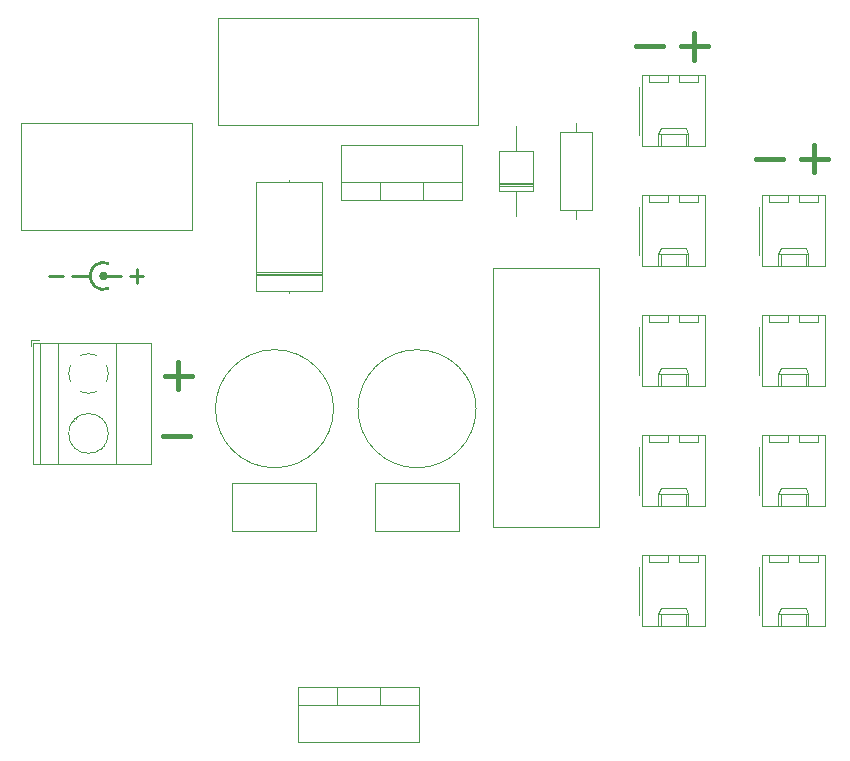
<source format=gbr>
G04 #@! TF.GenerationSoftware,KiCad,Pcbnew,(5.1.7)-1*
G04 #@! TF.CreationDate,2020-12-28T01:12:10+01:00*
G04 #@! TF.ProjectId,power,706f7765-722e-46b6-9963-61645f706362,rev?*
G04 #@! TF.SameCoordinates,Original*
G04 #@! TF.FileFunction,Legend,Top*
G04 #@! TF.FilePolarity,Positive*
%FSLAX46Y46*%
G04 Gerber Fmt 4.6, Leading zero omitted, Abs format (unit mm)*
G04 Created by KiCad (PCBNEW (5.1.7)-1) date 2020-12-28 01:12:10*
%MOMM*%
%LPD*%
G01*
G04 APERTURE LIST*
%ADD10C,0.400000*%
%ADD11C,0.250000*%
%ADD12C,0.300000*%
%ADD13C,0.120000*%
G04 APERTURE END LIST*
D10*
X89662142Y-41014285D02*
X91947857Y-41014285D01*
X93472142Y-41014285D02*
X95757857Y-41014285D01*
X94615000Y-42157142D02*
X94615000Y-39871428D01*
X83312142Y-31489285D02*
X85597857Y-31489285D01*
X84455000Y-32632142D02*
X84455000Y-30346428D01*
X79502142Y-31489285D02*
X81787857Y-31489285D01*
X39652142Y-59424285D02*
X41937857Y-59424285D01*
X40795000Y-60567142D02*
X40795000Y-58281428D01*
X39497142Y-64504285D02*
X41782857Y-64504285D01*
D11*
X34445000Y-50955000D02*
X35945000Y-50955000D01*
D12*
X34645000Y-50955000D02*
G75*
G03*
X34645000Y-50955000I-200000J0D01*
G01*
D11*
X31745000Y-50955000D02*
X33245000Y-50955000D01*
X34820233Y-52033193D02*
G75*
G02*
X34815000Y-49875000I-375233J1078193D01*
G01*
D13*
X90215000Y-74595000D02*
X90215000Y-80615000D01*
X90215000Y-80615000D02*
X95515000Y-80615000D01*
X95515000Y-80615000D02*
X95515000Y-74595000D01*
X95515000Y-74595000D02*
X90215000Y-74595000D01*
X89925000Y-75625000D02*
X89925000Y-79625000D01*
X91595000Y-80615000D02*
X91595000Y-79615000D01*
X91595000Y-79615000D02*
X94135000Y-79615000D01*
X94135000Y-79615000D02*
X94135000Y-80615000D01*
X91595000Y-79615000D02*
X91845000Y-79085000D01*
X91845000Y-79085000D02*
X93885000Y-79085000D01*
X93885000Y-79085000D02*
X94135000Y-79615000D01*
X91845000Y-80615000D02*
X91845000Y-79615000D01*
X93885000Y-80615000D02*
X93885000Y-79615000D01*
X90795000Y-74595000D02*
X90795000Y-75195000D01*
X90795000Y-75195000D02*
X92395000Y-75195000D01*
X92395000Y-75195000D02*
X92395000Y-74595000D01*
X93335000Y-74595000D02*
X93335000Y-75195000D01*
X93335000Y-75195000D02*
X94935000Y-75195000D01*
X94935000Y-75195000D02*
X94935000Y-74595000D01*
X65993000Y-62197000D02*
G75*
G03*
X65993000Y-62197000I-5000000J0D01*
G01*
X53928000Y-62197000D02*
G75*
G03*
X53928000Y-62197000I-5000000J0D01*
G01*
X76410000Y-72245000D02*
X67410000Y-72245000D01*
X67410000Y-50245000D02*
X76410000Y-50245000D01*
X67410000Y-72245000D02*
X67410000Y-50245000D01*
X76410000Y-72245000D02*
X76410000Y-50245000D01*
X66115000Y-29155000D02*
X66115000Y-38155000D01*
X44115000Y-38155000D02*
X44115000Y-29155000D01*
X66115000Y-38155000D02*
X44115000Y-38155000D01*
X66115000Y-29155000D02*
X44115000Y-29155000D01*
X47395000Y-50895000D02*
X52935000Y-50895000D01*
X47395000Y-50655000D02*
X52935000Y-50655000D01*
X47395000Y-50775000D02*
X52935000Y-50775000D01*
X50165000Y-42815000D02*
X50165000Y-43005000D01*
X50165000Y-52435000D02*
X50165000Y-52245000D01*
X47395000Y-43005000D02*
X47395000Y-52245000D01*
X52935000Y-43005000D02*
X47395000Y-43005000D01*
X52935000Y-52245000D02*
X52935000Y-43005000D01*
X47395000Y-52245000D02*
X52935000Y-52245000D01*
X67950000Y-43305000D02*
X70790000Y-43305000D01*
X67950000Y-43065000D02*
X70790000Y-43065000D01*
X67950000Y-43185000D02*
X70790000Y-43185000D01*
X69370000Y-38225000D02*
X69370000Y-40345000D01*
X69370000Y-45905000D02*
X69370000Y-43785000D01*
X67950000Y-40345000D02*
X67950000Y-43785000D01*
X70790000Y-40345000D02*
X67950000Y-40345000D01*
X70790000Y-43785000D02*
X70790000Y-40345000D01*
X67950000Y-43785000D02*
X70790000Y-43785000D01*
X90215000Y-44115000D02*
X90215000Y-50135000D01*
X90215000Y-50135000D02*
X95515000Y-50135000D01*
X95515000Y-50135000D02*
X95515000Y-44115000D01*
X95515000Y-44115000D02*
X90215000Y-44115000D01*
X89925000Y-45145000D02*
X89925000Y-49145000D01*
X91595000Y-50135000D02*
X91595000Y-49135000D01*
X91595000Y-49135000D02*
X94135000Y-49135000D01*
X94135000Y-49135000D02*
X94135000Y-50135000D01*
X91595000Y-49135000D02*
X91845000Y-48605000D01*
X91845000Y-48605000D02*
X93885000Y-48605000D01*
X93885000Y-48605000D02*
X94135000Y-49135000D01*
X91845000Y-50135000D02*
X91845000Y-49135000D01*
X93885000Y-50135000D02*
X93885000Y-49135000D01*
X90795000Y-44115000D02*
X90795000Y-44715000D01*
X90795000Y-44715000D02*
X92395000Y-44715000D01*
X92395000Y-44715000D02*
X92395000Y-44115000D01*
X93335000Y-44115000D02*
X93335000Y-44715000D01*
X93335000Y-44715000D02*
X94935000Y-44715000D01*
X94935000Y-44715000D02*
X94935000Y-44115000D01*
X80055000Y-33955000D02*
X80055000Y-39975000D01*
X80055000Y-39975000D02*
X85355000Y-39975000D01*
X85355000Y-39975000D02*
X85355000Y-33955000D01*
X85355000Y-33955000D02*
X80055000Y-33955000D01*
X79765000Y-34985000D02*
X79765000Y-38985000D01*
X81435000Y-39975000D02*
X81435000Y-38975000D01*
X81435000Y-38975000D02*
X83975000Y-38975000D01*
X83975000Y-38975000D02*
X83975000Y-39975000D01*
X81435000Y-38975000D02*
X81685000Y-38445000D01*
X81685000Y-38445000D02*
X83725000Y-38445000D01*
X83725000Y-38445000D02*
X83975000Y-38975000D01*
X81685000Y-39975000D02*
X81685000Y-38975000D01*
X83725000Y-39975000D02*
X83725000Y-38975000D01*
X80635000Y-33955000D02*
X80635000Y-34555000D01*
X80635000Y-34555000D02*
X82235000Y-34555000D01*
X82235000Y-34555000D02*
X82235000Y-33955000D01*
X83175000Y-33955000D02*
X83175000Y-34555000D01*
X83175000Y-34555000D02*
X84775000Y-34555000D01*
X84775000Y-34555000D02*
X84775000Y-33955000D01*
X80055000Y-44115000D02*
X80055000Y-50135000D01*
X80055000Y-50135000D02*
X85355000Y-50135000D01*
X85355000Y-50135000D02*
X85355000Y-44115000D01*
X85355000Y-44115000D02*
X80055000Y-44115000D01*
X79765000Y-45145000D02*
X79765000Y-49145000D01*
X81435000Y-50135000D02*
X81435000Y-49135000D01*
X81435000Y-49135000D02*
X83975000Y-49135000D01*
X83975000Y-49135000D02*
X83975000Y-50135000D01*
X81435000Y-49135000D02*
X81685000Y-48605000D01*
X81685000Y-48605000D02*
X83725000Y-48605000D01*
X83725000Y-48605000D02*
X83975000Y-49135000D01*
X81685000Y-50135000D02*
X81685000Y-49135000D01*
X83725000Y-50135000D02*
X83725000Y-49135000D01*
X80635000Y-44115000D02*
X80635000Y-44715000D01*
X80635000Y-44715000D02*
X82235000Y-44715000D01*
X82235000Y-44715000D02*
X82235000Y-44115000D01*
X83175000Y-44115000D02*
X83175000Y-44715000D01*
X83175000Y-44715000D02*
X84775000Y-44715000D01*
X84775000Y-44715000D02*
X84775000Y-44115000D01*
X80055000Y-74595000D02*
X80055000Y-80615000D01*
X80055000Y-80615000D02*
X85355000Y-80615000D01*
X85355000Y-80615000D02*
X85355000Y-74595000D01*
X85355000Y-74595000D02*
X80055000Y-74595000D01*
X79765000Y-75625000D02*
X79765000Y-79625000D01*
X81435000Y-80615000D02*
X81435000Y-79615000D01*
X81435000Y-79615000D02*
X83975000Y-79615000D01*
X83975000Y-79615000D02*
X83975000Y-80615000D01*
X81435000Y-79615000D02*
X81685000Y-79085000D01*
X81685000Y-79085000D02*
X83725000Y-79085000D01*
X83725000Y-79085000D02*
X83975000Y-79615000D01*
X81685000Y-80615000D02*
X81685000Y-79615000D01*
X83725000Y-80615000D02*
X83725000Y-79615000D01*
X80635000Y-74595000D02*
X80635000Y-75195000D01*
X80635000Y-75195000D02*
X82235000Y-75195000D01*
X82235000Y-75195000D02*
X82235000Y-74595000D01*
X83175000Y-74595000D02*
X83175000Y-75195000D01*
X83175000Y-75195000D02*
X84775000Y-75195000D01*
X84775000Y-75195000D02*
X84775000Y-74595000D01*
X80055000Y-54275000D02*
X80055000Y-60295000D01*
X80055000Y-60295000D02*
X85355000Y-60295000D01*
X85355000Y-60295000D02*
X85355000Y-54275000D01*
X85355000Y-54275000D02*
X80055000Y-54275000D01*
X79765000Y-55305000D02*
X79765000Y-59305000D01*
X81435000Y-60295000D02*
X81435000Y-59295000D01*
X81435000Y-59295000D02*
X83975000Y-59295000D01*
X83975000Y-59295000D02*
X83975000Y-60295000D01*
X81435000Y-59295000D02*
X81685000Y-58765000D01*
X81685000Y-58765000D02*
X83725000Y-58765000D01*
X83725000Y-58765000D02*
X83975000Y-59295000D01*
X81685000Y-60295000D02*
X81685000Y-59295000D01*
X83725000Y-60295000D02*
X83725000Y-59295000D01*
X80635000Y-54275000D02*
X80635000Y-54875000D01*
X80635000Y-54875000D02*
X82235000Y-54875000D01*
X82235000Y-54875000D02*
X82235000Y-54275000D01*
X83175000Y-54275000D02*
X83175000Y-54875000D01*
X83175000Y-54875000D02*
X84775000Y-54875000D01*
X84775000Y-54875000D02*
X84775000Y-54275000D01*
X90215000Y-64435000D02*
X90215000Y-70455000D01*
X90215000Y-70455000D02*
X95515000Y-70455000D01*
X95515000Y-70455000D02*
X95515000Y-64435000D01*
X95515000Y-64435000D02*
X90215000Y-64435000D01*
X89925000Y-65465000D02*
X89925000Y-69465000D01*
X91595000Y-70455000D02*
X91595000Y-69455000D01*
X91595000Y-69455000D02*
X94135000Y-69455000D01*
X94135000Y-69455000D02*
X94135000Y-70455000D01*
X91595000Y-69455000D02*
X91845000Y-68925000D01*
X91845000Y-68925000D02*
X93885000Y-68925000D01*
X93885000Y-68925000D02*
X94135000Y-69455000D01*
X91845000Y-70455000D02*
X91845000Y-69455000D01*
X93885000Y-70455000D02*
X93885000Y-69455000D01*
X90795000Y-64435000D02*
X90795000Y-65035000D01*
X90795000Y-65035000D02*
X92395000Y-65035000D01*
X92395000Y-65035000D02*
X92395000Y-64435000D01*
X93335000Y-64435000D02*
X93335000Y-65035000D01*
X93335000Y-65035000D02*
X94935000Y-65035000D01*
X94935000Y-65035000D02*
X94935000Y-64435000D01*
X90215000Y-54275000D02*
X90215000Y-60295000D01*
X90215000Y-60295000D02*
X95515000Y-60295000D01*
X95515000Y-60295000D02*
X95515000Y-54275000D01*
X95515000Y-54275000D02*
X90215000Y-54275000D01*
X89925000Y-55305000D02*
X89925000Y-59305000D01*
X91595000Y-60295000D02*
X91595000Y-59295000D01*
X91595000Y-59295000D02*
X94135000Y-59295000D01*
X94135000Y-59295000D02*
X94135000Y-60295000D01*
X91595000Y-59295000D02*
X91845000Y-58765000D01*
X91845000Y-58765000D02*
X93885000Y-58765000D01*
X93885000Y-58765000D02*
X94135000Y-59295000D01*
X91845000Y-60295000D02*
X91845000Y-59295000D01*
X93885000Y-60295000D02*
X93885000Y-59295000D01*
X90795000Y-54275000D02*
X90795000Y-54875000D01*
X90795000Y-54875000D02*
X92395000Y-54875000D01*
X92395000Y-54875000D02*
X92395000Y-54275000D01*
X93335000Y-54275000D02*
X93335000Y-54875000D01*
X93335000Y-54875000D02*
X94935000Y-54875000D01*
X94935000Y-54875000D02*
X94935000Y-54275000D01*
X80055000Y-64435000D02*
X80055000Y-70455000D01*
X80055000Y-70455000D02*
X85355000Y-70455000D01*
X85355000Y-70455000D02*
X85355000Y-64435000D01*
X85355000Y-64435000D02*
X80055000Y-64435000D01*
X79765000Y-65465000D02*
X79765000Y-69465000D01*
X81435000Y-70455000D02*
X81435000Y-69455000D01*
X81435000Y-69455000D02*
X83975000Y-69455000D01*
X83975000Y-69455000D02*
X83975000Y-70455000D01*
X81435000Y-69455000D02*
X81685000Y-68925000D01*
X81685000Y-68925000D02*
X83725000Y-68925000D01*
X83725000Y-68925000D02*
X83975000Y-69455000D01*
X81685000Y-70455000D02*
X81685000Y-69455000D01*
X83725000Y-70455000D02*
X83725000Y-69455000D01*
X80635000Y-64435000D02*
X80635000Y-65035000D01*
X80635000Y-65035000D02*
X82235000Y-65035000D01*
X82235000Y-65035000D02*
X82235000Y-64435000D01*
X83175000Y-64435000D02*
X83175000Y-65035000D01*
X83175000Y-65035000D02*
X84775000Y-65035000D01*
X84775000Y-65035000D02*
X84775000Y-64435000D01*
X50915000Y-85785000D02*
X61155000Y-85785000D01*
X50915000Y-90426000D02*
X61155000Y-90426000D01*
X50915000Y-85785000D02*
X50915000Y-90426000D01*
X61155000Y-85785000D02*
X61155000Y-90426000D01*
X50915000Y-87295000D02*
X61155000Y-87295000D01*
X54185000Y-85785000D02*
X54185000Y-87295000D01*
X57886000Y-85785000D02*
X57886000Y-87295000D01*
X75820000Y-38795000D02*
X73080000Y-38795000D01*
X73080000Y-38795000D02*
X73080000Y-45335000D01*
X73080000Y-45335000D02*
X75820000Y-45335000D01*
X75820000Y-45335000D02*
X75820000Y-38795000D01*
X74450000Y-38025000D02*
X74450000Y-38795000D01*
X74450000Y-46105000D02*
X74450000Y-45335000D01*
X64810000Y-44545000D02*
X54570000Y-44545000D01*
X64810000Y-39904000D02*
X54570000Y-39904000D01*
X64810000Y-44545000D02*
X64810000Y-39904000D01*
X54570000Y-44545000D02*
X54570000Y-39904000D01*
X64810000Y-43035000D02*
X54570000Y-43035000D01*
X61540000Y-44545000D02*
X61540000Y-43035000D01*
X57839000Y-44545000D02*
X57839000Y-43035000D01*
X34855000Y-64290000D02*
G75*
G03*
X34855000Y-64290000I-1680000J0D01*
G01*
X29075000Y-56610000D02*
X29075000Y-66890000D01*
X30575000Y-56610000D02*
X30575000Y-66890000D01*
X35476000Y-56610000D02*
X35476000Y-66890000D01*
X38436000Y-56610000D02*
X38436000Y-66890000D01*
X28515000Y-56610000D02*
X28515000Y-66890000D01*
X38436000Y-56610000D02*
X28515000Y-56610000D01*
X38436000Y-66890000D02*
X28515000Y-66890000D01*
X34244000Y-65565000D02*
X34198000Y-65518000D01*
X31936000Y-63256000D02*
X31901000Y-63221000D01*
X34450000Y-65360000D02*
X34414000Y-65325000D01*
X32152000Y-63063000D02*
X32106000Y-63016000D01*
X29015000Y-56370000D02*
X28275000Y-56370000D01*
X28275000Y-56370000D02*
X28275000Y-56870000D01*
X31494747Y-59238805D02*
G75*
G02*
X31640000Y-58526000I1680253J28805D01*
G01*
X32491958Y-57674574D02*
G75*
G02*
X33859000Y-57675000I683042J-1535426D01*
G01*
X34710426Y-58526958D02*
G75*
G02*
X34710000Y-59894000I-1535426J-683042D01*
G01*
X33858042Y-60745426D02*
G75*
G02*
X32491000Y-60745000I-683042J1535426D01*
G01*
X31640244Y-59893318D02*
G75*
G02*
X31495000Y-59210000I1534756J683318D01*
G01*
X41960000Y-38045000D02*
X41960000Y-47045000D01*
X41960000Y-47045000D02*
X27460000Y-47045000D01*
X27460000Y-47045000D02*
X27460000Y-38045000D01*
X27460000Y-38045000D02*
X41960000Y-38045000D01*
X57444000Y-72517000D02*
X57444000Y-68453000D01*
X64556000Y-72517000D02*
X64556000Y-68453000D01*
X64556000Y-68453000D02*
X57444000Y-68453000D01*
X64556000Y-72517000D02*
X57444000Y-72517000D01*
X45339000Y-72517000D02*
X45339000Y-68453000D01*
X52451000Y-72517000D02*
X52451000Y-68453000D01*
X52451000Y-68453000D02*
X45339000Y-68453000D01*
X52451000Y-72517000D02*
X45339000Y-72517000D01*
D11*
X29873571Y-50962142D02*
X31016428Y-50962142D01*
X36673571Y-50962142D02*
X37816428Y-50962142D01*
X37245000Y-51533571D02*
X37245000Y-50390714D01*
M02*

</source>
